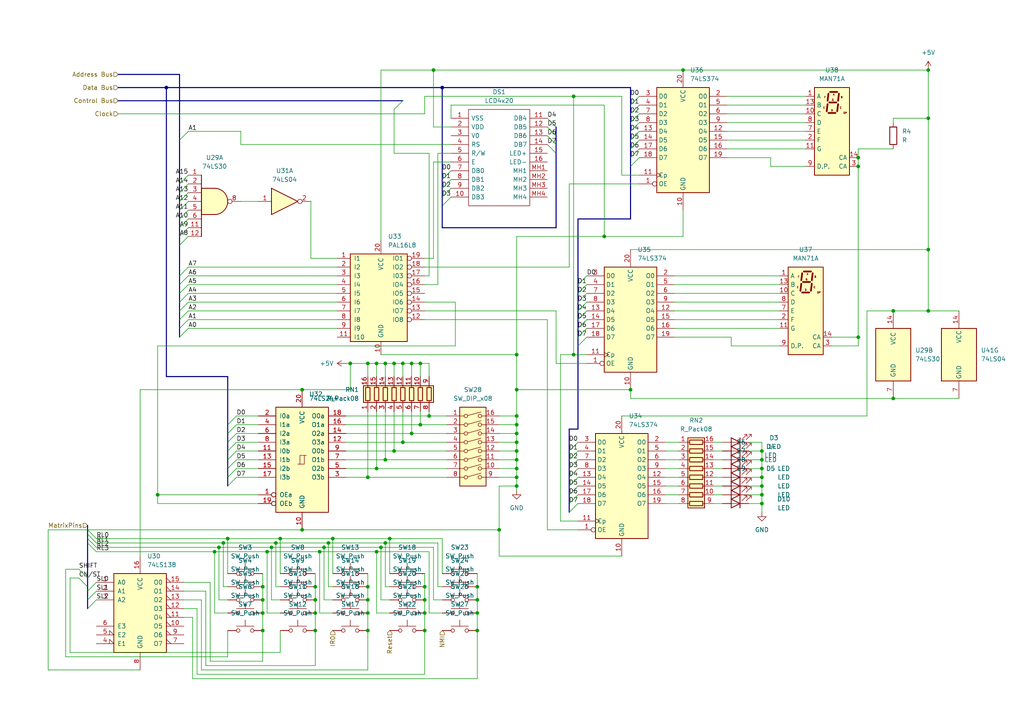
<source format=kicad_sch>
(kicad_sch (version 20211123) (generator eeschema)
  (paper "A4")
  (junction (at 144.78 153.67))
  (junction (at 106.68 105.41))
  (junction (at 92.71 160.02))
  (junction (at 182.88 113.03))
  (junction (at 248.92 45.72))
  (junction (at 198.12 20.32))
  (junction (at 121.92 105.41))
  (junction (at 63.5 158.75))
  (junction (at 91.44 173.99))
  (junction (at 78.74 158.75))
  (junction (at 119.38 125.73))
  (junction (at 138.43 177.8))
  (junction (at 149.86 140.97))
  (junction (at 220.98 130.81))
  (junction (at 248.92 97.79))
  (junction (at 87.63 153.67))
  (junction (at 106.68 177.8))
  (junction (at 149.86 130.81))
  (junction (at 106.68 138.43))
  (junction (at 149.86 120.65))
  (junction (at 116.84 105.41))
  (junction (at 128.27 25.4))
  (junction (at 269.24 34.29))
  (junction (at 77.47 160.02))
  (junction (at 87.63 113.03))
  (junction (at 121.92 123.19))
  (junction (at 111.76 105.41))
  (junction (at 166.37 27.94))
  (junction (at 66.04 156.21))
  (junction (at 220.98 135.89))
  (junction (at 259.08 90.17))
  (junction (at 109.22 105.41))
  (junction (at 109.22 135.89))
  (junction (at 76.2 177.8))
  (junction (at 76.2 173.99))
  (junction (at 138.43 182.88))
  (junction (at 149.86 135.89))
  (junction (at 119.38 105.41))
  (junction (at 62.23 160.02))
  (junction (at 116.84 128.27))
  (junction (at 220.98 140.97))
  (junction (at 96.52 156.21))
  (junction (at 124.46 120.65))
  (junction (at 175.26 68.58))
  (junction (at 81.28 156.21))
  (junction (at 138.43 170.18))
  (junction (at 220.98 146.05))
  (junction (at 259.08 115.57))
  (junction (at 220.98 133.35))
  (junction (at 111.76 157.48))
  (junction (at 64.77 157.48))
  (junction (at 114.3 130.81))
  (junction (at 138.43 173.99))
  (junction (at 149.86 138.43))
  (junction (at 76.2 170.18))
  (junction (at 149.86 128.27))
  (junction (at 91.44 177.8))
  (junction (at 123.19 182.88))
  (junction (at 110.49 158.75))
  (junction (at 248.92 48.26))
  (junction (at 149.86 113.03))
  (junction (at 123.19 173.99))
  (junction (at 149.86 102.87))
  (junction (at 269.24 90.17))
  (junction (at 113.03 156.21))
  (junction (at 123.19 170.18))
  (junction (at 269.24 20.32))
  (junction (at 101.6 105.41))
  (junction (at 93.98 158.75))
  (junction (at 45.72 143.51))
  (junction (at 91.44 182.88))
  (junction (at 269.24 72.39))
  (junction (at 106.68 182.88))
  (junction (at 109.22 160.02))
  (junction (at 95.25 157.48))
  (junction (at 149.86 133.35))
  (junction (at 123.19 177.8))
  (junction (at 125.73 20.32))
  (junction (at 80.01 157.48))
  (junction (at 106.68 170.18))
  (junction (at 91.44 170.18))
  (junction (at 149.86 123.19))
  (junction (at 166.37 102.87))
  (junction (at 149.86 125.73))
  (junction (at 48.26 25.4))
  (junction (at 220.98 138.43))
  (junction (at 220.98 143.51))
  (junction (at 76.2 182.88))
  (junction (at 106.68 173.99))
  (junction (at 111.76 133.35))
  (junction (at 114.3 105.41))
  (bus_entry (at 182.88 30.48) (size 2.54 -2.54))
  (bus_entry (at 182.88 40.64) (size 2.54 -2.54))
  (bus_entry (at 182.88 43.18) (size 2.54 -2.54))
  (bus_entry (at 182.88 38.1) (size 2.54 -2.54))
  (bus_entry (at 182.88 45.72) (size 2.54 -2.54))
  (bus_entry (at 182.88 48.26) (size 2.54 -2.54))
  (bus_entry (at 182.88 35.56) (size 2.54 -2.54))
  (bus_entry (at 182.88 33.02) (size 2.54 -2.54))
  (bus_entry (at 167.64 100.33) (size 2.54 -2.54))
  (bus_entry (at 167.64 85.09) (size 2.54 -2.54))
  (bus_entry (at 167.64 87.63) (size 2.54 -2.54))
  (bus_entry (at 167.64 82.55) (size 2.54 -2.54))
  (bus_entry (at 165.1 140.97) (size 2.54 -2.54))
  (bus_entry (at 165.1 143.51) (size 2.54 -2.54))
  (bus_entry (at 165.1 146.05) (size 2.54 -2.54))
  (bus_entry (at 165.1 148.59) (size 2.54 -2.54))
  (bus_entry (at 167.64 90.17) (size 2.54 -2.54))
  (bus_entry (at 167.64 97.79) (size 2.54 -2.54))
  (bus_entry (at 167.64 92.71) (size 2.54 -2.54))
  (bus_entry (at 167.64 95.25) (size 2.54 -2.54))
  (bus_entry (at 165.1 130.81) (size 2.54 -2.54))
  (bus_entry (at 165.1 133.35) (size 2.54 -2.54))
  (bus_entry (at 165.1 135.89) (size 2.54 -2.54))
  (bus_entry (at 165.1 138.43) (size 2.54 -2.54))
  (bus_entry (at 27.94 171.45) (size -2.54 2.54))
  (bus_entry (at 27.94 168.91) (size -2.54 2.54))
  (bus_entry (at 27.94 173.99) (size -2.54 2.54))
  (bus_entry (at 54.61 58.42) (size -2.54 2.54))
  (bus_entry (at 54.61 60.96) (size -2.54 2.54))
  (bus_entry (at 54.61 63.5) (size -2.54 2.54))
  (bus_entry (at 54.61 66.04) (size -2.54 2.54))
  (bus_entry (at 54.61 55.88) (size -2.54 2.54))
  (bus_entry (at 54.61 53.34) (size -2.54 2.54))
  (bus_entry (at 54.61 50.8) (size -2.54 2.54))
  (bus_entry (at 54.61 68.58) (size -2.54 2.54))
  (bus_entry (at 52.07 40.64) (size 2.54 -2.54))
  (bus_entry (at 52.07 97.79) (size 2.54 -2.54))
  (bus_entry (at 161.29 39.37) (size -2.54 -2.54))
  (bus_entry (at 161.29 36.83) (size -2.54 -2.54))
  (bus_entry (at 128.27 52.07) (size 2.54 -2.54))
  (bus_entry (at 161.29 41.91) (size -2.54 -2.54))
  (bus_entry (at 161.29 44.45) (size -2.54 -2.54))
  (bus_entry (at 128.27 57.15) (size 2.54 -2.54))
  (bus_entry (at 128.27 54.61) (size 2.54 -2.54))
  (bus_entry (at 130.81 57.15) (size -2.54 2.54))
  (bus_entry (at 114.3 31.75) (size 2.54 -2.54))
  (bus_entry (at 52.07 82.55) (size 2.54 -2.54))
  (bus_entry (at 52.07 85.09) (size 2.54 -2.54))
  (bus_entry (at 52.07 87.63) (size 2.54 -2.54))
  (bus_entry (at 52.07 90.17) (size 2.54 -2.54))
  (bus_entry (at 52.07 80.01) (size 2.54 -2.54))
  (bus_entry (at 52.07 92.71) (size 2.54 -2.54))
  (bus_entry (at 52.07 95.25) (size 2.54 -2.54))
  (bus_entry (at 25.4 153.67) (size 2.54 2.54))
  (bus_entry (at 25.4 154.94) (size 2.54 2.54))
  (bus_entry (at 25.4 156.21) (size 2.54 2.54))
  (bus_entry (at 25.4 157.48) (size 2.54 2.54))
  (bus_entry (at 66.04 138.43) (size 2.54 -2.54))
  (bus_entry (at 66.04 140.97) (size 2.54 -2.54))
  (bus_entry (at 66.04 135.89) (size 2.54 -2.54))
  (bus_entry (at 66.04 133.35) (size 2.54 -2.54))
  (bus_entry (at 66.04 130.81) (size 2.54 -2.54))
  (bus_entry (at 66.04 128.27) (size 2.54 -2.54))
  (bus_entry (at 66.04 125.73) (size 2.54 -2.54))
  (bus_entry (at 66.04 123.19) (size 2.54 -2.54))
  (bus_entry (at 22.86 167.64) (size 2.54 2.54))
  (bus_entry (at 22.86 165.1) (size 2.54 2.54))
  (wire (pts (xy 53.34 179.07) (xy 55.88 179.07)))
  (wire (pts (xy 161.29 105.41) (xy 170.18 105.41)))
  (bus (pts (xy 52.07 63.5) (xy 52.07 66.04)))
  (wire (pts (xy 248.92 45.72) (xy 248.92 43.18)))
  (wire (pts (xy 90.17 74.93) (xy 97.79 74.93)))
  (wire (pts (xy 195.58 82.55) (xy 226.06 82.55)))
  (bus (pts (xy 128.27 59.69) (xy 128.27 66.04)))
  (bus (pts (xy 182.88 48.26) (xy 182.88 63.5)))
  (wire (pts (xy 74.93 143.51) (xy 45.72 143.51)))
  (bus (pts (xy 52.07 68.58) (xy 52.07 71.12)))
  (wire (pts (xy 251.46 120.65) (xy 251.46 90.17)))
  (wire (pts (xy 217.17 133.35) (xy 220.98 133.35)))
  (wire (pts (xy 110.49 20.32) (xy 125.73 20.32)))
  (wire (pts (xy 13.97 153.67) (xy 25.4 153.67)))
  (wire (pts (xy 109.22 135.89) (xy 129.54 135.89)))
  (wire (pts (xy 68.58 130.81) (xy 74.93 130.81)))
  (wire (pts (xy 121.92 105.41) (xy 121.92 109.22)))
  (wire (pts (xy 144.78 161.29) (xy 144.78 153.67)))
  (wire (pts (xy 223.52 45.72) (xy 223.52 48.26)))
  (wire (pts (xy 144.78 123.19) (xy 149.86 123.19)))
  (wire (pts (xy 123.19 82.55) (xy 127 82.55)))
  (wire (pts (xy 55.88 196.85) (xy 138.43 196.85)))
  (wire (pts (xy 127 82.55) (xy 127 44.45)))
  (wire (pts (xy 53.34 173.99) (xy 58.42 173.99)))
  (bus (pts (xy 167.64 92.71) (xy 167.64 95.25)))
  (wire (pts (xy 114.3 130.81) (xy 129.54 130.81)))
  (wire (pts (xy 144.78 140.97) (xy 149.86 140.97)))
  (bus (pts (xy 52.07 66.04) (xy 52.07 68.58)))
  (wire (pts (xy 248.92 43.18) (xy 259.08 43.18)))
  (bus (pts (xy 34.29 21.59) (xy 52.07 21.59)))
  (wire (pts (xy 91.44 173.99) (xy 91.44 177.8)))
  (wire (pts (xy 53.34 168.91) (xy 60.96 168.91)))
  (bus (pts (xy 161.29 36.83) (xy 161.29 39.37)))
  (wire (pts (xy 109.22 105.41) (xy 109.22 109.22)))
  (wire (pts (xy 76.2 166.37) (xy 76.2 170.18)))
  (wire (pts (xy 22.86 165.1) (xy 19.05 165.1)))
  (wire (pts (xy 223.52 48.26) (xy 233.68 48.26)))
  (wire (pts (xy 259.08 115.57) (xy 278.13 115.57)))
  (wire (pts (xy 106.68 105.41) (xy 106.68 109.22)))
  (bus (pts (xy 167.64 63.5) (xy 167.64 82.55)))
  (wire (pts (xy 64.77 157.48) (xy 64.77 170.18)))
  (wire (pts (xy 59.69 171.45) (xy 59.69 193.04)))
  (wire (pts (xy 80.01 170.18) (xy 81.28 170.18)))
  (wire (pts (xy 81.28 156.21) (xy 81.28 166.37)))
  (wire (pts (xy 68.58 138.43) (xy 74.93 138.43)))
  (wire (pts (xy 114.3 44.45) (xy 124.46 44.45)))
  (bus (pts (xy 66.04 135.89) (xy 66.04 138.43)))
  (wire (pts (xy 57.15 195.58) (xy 123.19 195.58)))
  (wire (pts (xy 54.61 87.63) (xy 97.79 87.63)))
  (wire (pts (xy 182.88 113.03) (xy 149.86 113.03)))
  (bus (pts (xy 182.88 43.18) (xy 182.88 45.72)))
  (wire (pts (xy 76.2 177.8) (xy 76.2 182.88)))
  (wire (pts (xy 125.73 158.75) (xy 125.73 173.99)))
  (wire (pts (xy 68.58 120.65) (xy 74.93 120.65)))
  (wire (pts (xy 127 157.48) (xy 127 170.18)))
  (bus (pts (xy 25.4 156.21) (xy 25.4 157.48)))
  (wire (pts (xy 63.5 158.75) (xy 78.74 158.75)))
  (wire (pts (xy 116.84 119.38) (xy 116.84 128.27)))
  (wire (pts (xy 68.58 135.89) (xy 74.93 135.89)))
  (wire (pts (xy 193.04 133.35) (xy 196.85 133.35)))
  (wire (pts (xy 180.34 120.65) (xy 251.46 120.65)))
  (wire (pts (xy 121.92 119.38) (xy 121.92 123.19)))
  (wire (pts (xy 138.43 182.88) (xy 138.43 196.85)))
  (wire (pts (xy 127 44.45) (xy 130.81 44.45)))
  (bus (pts (xy 182.88 33.02) (xy 182.88 35.56)))
  (wire (pts (xy 144.78 135.89) (xy 149.86 135.89)))
  (wire (pts (xy 119.38 105.41) (xy 119.38 109.22)))
  (wire (pts (xy 111.76 157.48) (xy 111.76 170.18)))
  (wire (pts (xy 217.17 140.97) (xy 220.98 140.97)))
  (bus (pts (xy 161.29 44.45) (xy 161.29 66.04)))
  (bus (pts (xy 66.04 130.81) (xy 66.04 133.35)))
  (bus (pts (xy 182.88 40.64) (xy 182.88 43.18)))
  (bus (pts (xy 52.07 40.64) (xy 52.07 53.34)))
  (wire (pts (xy 149.86 130.81) (xy 149.86 133.35)))
  (wire (pts (xy 175.26 30.48) (xy 175.26 68.58)))
  (wire (pts (xy 100.33 105.41) (xy 101.6 105.41)))
  (bus (pts (xy 52.07 71.12) (xy 52.07 80.01)))
  (wire (pts (xy 149.86 128.27) (xy 149.86 130.81)))
  (bus (pts (xy 128.27 57.15) (xy 128.27 59.69)))
  (wire (pts (xy 130.81 36.83) (xy 125.73 36.83)))
  (bus (pts (xy 167.64 82.55) (xy 167.64 85.09)))
  (wire (pts (xy 95.25 157.48) (xy 111.76 157.48)))
  (wire (pts (xy 121.92 105.41) (xy 124.46 105.41)))
  (wire (pts (xy 54.61 90.17) (xy 97.79 90.17)))
  (wire (pts (xy 207.01 138.43) (xy 209.55 138.43)))
  (bus (pts (xy 128.27 25.4) (xy 128.27 52.07)))
  (wire (pts (xy 106.68 166.37) (xy 106.68 170.18)))
  (wire (pts (xy 125.73 74.93) (xy 123.19 74.93)))
  (wire (pts (xy 149.86 140.97) (xy 149.86 142.24)))
  (wire (pts (xy 27.94 156.21) (xy 66.04 156.21)))
  (bus (pts (xy 52.07 87.63) (xy 52.07 90.17)))
  (wire (pts (xy 53.34 171.45) (xy 59.69 171.45)))
  (wire (pts (xy 45.72 146.05) (xy 45.72 143.51)))
  (wire (pts (xy 100.33 123.19) (xy 121.92 123.19)))
  (wire (pts (xy 76.2 182.88) (xy 76.2 191.77)))
  (wire (pts (xy 78.74 173.99) (xy 81.28 173.99)))
  (wire (pts (xy 217.17 143.51) (xy 220.98 143.51)))
  (wire (pts (xy 210.82 33.02) (xy 233.68 33.02)))
  (wire (pts (xy 149.86 123.19) (xy 149.86 125.73)))
  (wire (pts (xy 19.05 165.1) (xy 19.05 190.5)))
  (wire (pts (xy 119.38 125.73) (xy 129.54 125.73)))
  (bus (pts (xy 52.07 85.09) (xy 52.07 87.63)))
  (wire (pts (xy 269.24 34.29) (xy 269.24 20.32)))
  (wire (pts (xy 144.78 128.27) (xy 149.86 128.27)))
  (wire (pts (xy 144.78 125.73) (xy 149.86 125.73)))
  (wire (pts (xy 77.47 160.02) (xy 92.71 160.02)))
  (wire (pts (xy 207.01 143.51) (xy 209.55 143.51)))
  (bus (pts (xy 25.4 157.48) (xy 25.4 167.64)))
  (wire (pts (xy 106.68 173.99) (xy 106.68 177.8)))
  (wire (pts (xy 175.26 68.58) (xy 149.86 68.58)))
  (bus (pts (xy 182.88 30.48) (xy 182.88 33.02)))
  (wire (pts (xy 144.78 153.67) (xy 144.78 140.97)))
  (bus (pts (xy 25.4 171.45) (xy 25.4 173.99)))
  (wire (pts (xy 20.32 189.23) (xy 81.28 189.23)))
  (wire (pts (xy 123.19 166.37) (xy 123.19 170.18)))
  (wire (pts (xy 81.28 156.21) (xy 96.52 156.21)))
  (wire (pts (xy 109.22 105.41) (xy 111.76 105.41)))
  (wire (pts (xy 116.84 105.41) (xy 119.38 105.41)))
  (bus (pts (xy 165.1 130.81) (xy 165.1 133.35)))
  (bus (pts (xy 165.1 140.97) (xy 165.1 143.51)))
  (wire (pts (xy 62.23 160.02) (xy 62.23 177.8)))
  (wire (pts (xy 40.64 113.03) (xy 87.63 113.03)))
  (wire (pts (xy 64.77 170.18) (xy 66.04 170.18)))
  (bus (pts (xy 52.07 92.71) (xy 52.07 95.25)))
  (wire (pts (xy 144.78 130.81) (xy 149.86 130.81)))
  (wire (pts (xy 220.98 128.27) (xy 220.98 130.81)))
  (wire (pts (xy 62.23 160.02) (xy 77.47 160.02)))
  (wire (pts (xy 57.15 176.53) (xy 57.15 195.58)))
  (bus (pts (xy 52.07 58.42) (xy 52.07 60.96)))
  (bus (pts (xy 25.4 152.4) (xy 25.4 153.67)))
  (wire (pts (xy 220.98 130.81) (xy 220.98 133.35)))
  (wire (pts (xy 259.08 34.29) (xy 259.08 35.56)))
  (wire (pts (xy 87.63 113.03) (xy 101.6 113.03)))
  (wire (pts (xy 130.81 30.48) (xy 175.26 30.48)))
  (wire (pts (xy 207.01 133.35) (xy 209.55 133.35)))
  (wire (pts (xy 162.56 102.87) (xy 166.37 102.87)))
  (wire (pts (xy 193.04 146.05) (xy 196.85 146.05)))
  (bus (pts (xy 34.29 25.4) (xy 48.26 25.4)))
  (wire (pts (xy 149.86 68.58) (xy 149.86 102.87)))
  (wire (pts (xy 217.17 130.81) (xy 220.98 130.81)))
  (wire (pts (xy 69.85 41.91) (xy 69.85 38.1)))
  (wire (pts (xy 62.23 177.8) (xy 66.04 177.8)))
  (wire (pts (xy 125.73 173.99) (xy 128.27 173.99)))
  (wire (pts (xy 45.72 100.33) (xy 132.08 100.33)))
  (wire (pts (xy 241.3 100.33) (xy 248.92 100.33)))
  (wire (pts (xy 182.88 115.57) (xy 182.88 113.03)))
  (wire (pts (xy 110.49 158.75) (xy 125.73 158.75)))
  (bus (pts (xy 128.27 52.07) (xy 128.27 54.61)))
  (wire (pts (xy 123.19 170.18) (xy 123.19 173.99)))
  (wire (pts (xy 193.04 128.27) (xy 196.85 128.27)))
  (wire (pts (xy 123.19 173.99) (xy 123.19 177.8)))
  (wire (pts (xy 110.49 173.99) (xy 113.03 173.99)))
  (wire (pts (xy 113.03 156.21) (xy 113.03 166.37)))
  (wire (pts (xy 93.98 158.75) (xy 110.49 158.75)))
  (wire (pts (xy 212.09 100.33) (xy 226.06 100.33)))
  (wire (pts (xy 19.05 190.5) (xy 66.04 190.5)))
  (wire (pts (xy 111.76 170.18) (xy 113.03 170.18)))
  (wire (pts (xy 91.44 182.88) (xy 91.44 193.04)))
  (wire (pts (xy 74.93 146.05) (xy 45.72 146.05)))
  (wire (pts (xy 40.64 194.31) (xy 13.97 194.31)))
  (wire (pts (xy 149.86 133.35) (xy 149.86 135.89)))
  (wire (pts (xy 161.29 90.17) (xy 161.29 105.41)))
  (wire (pts (xy 212.09 97.79) (xy 212.09 100.33)))
  (bus (pts (xy 167.64 87.63) (xy 167.64 90.17)))
  (wire (pts (xy 210.82 43.18) (xy 233.68 43.18)))
  (wire (pts (xy 109.22 160.02) (xy 124.46 160.02)))
  (wire (pts (xy 210.82 38.1) (xy 233.68 38.1)))
  (wire (pts (xy 210.82 40.64) (xy 233.68 40.64)))
  (bus (pts (xy 161.29 39.37) (xy 161.29 41.91)))
  (wire (pts (xy 116.84 128.27) (xy 129.54 128.27)))
  (bus (pts (xy 128.27 54.61) (xy 128.27 57.15)))
  (wire (pts (xy 40.64 161.29) (xy 40.64 113.03)))
  (wire (pts (xy 100.33 133.35) (xy 111.76 133.35)))
  (wire (pts (xy 68.58 128.27) (xy 74.93 128.27)))
  (wire (pts (xy 195.58 85.09) (xy 226.06 85.09)))
  (wire (pts (xy 207.01 140.97) (xy 209.55 140.97)))
  (wire (pts (xy 198.12 68.58) (xy 175.26 68.58)))
  (wire (pts (xy 198.12 60.96) (xy 198.12 68.58)))
  (wire (pts (xy 54.61 77.47) (xy 97.79 77.47)))
  (wire (pts (xy 149.86 125.73) (xy 149.86 128.27)))
  (wire (pts (xy 125.73 36.83) (xy 125.73 20.32)))
  (bus (pts (xy 25.4 153.67) (xy 25.4 154.94)))
  (wire (pts (xy 111.76 105.41) (xy 114.3 105.41)))
  (wire (pts (xy 220.98 143.51) (xy 220.98 146.05)))
  (bus (pts (xy 182.88 38.1) (xy 182.88 40.64)))
  (wire (pts (xy 241.3 97.79) (xy 248.92 97.79)))
  (wire (pts (xy 207.01 128.27) (xy 209.55 128.27)))
  (wire (pts (xy 248.92 48.26) (xy 248.92 97.79)))
  (wire (pts (xy 111.76 133.35) (xy 129.54 133.35)))
  (wire (pts (xy 124.46 80.01) (xy 123.19 80.01)))
  (wire (pts (xy 87.63 153.67) (xy 144.78 153.67)))
  (bus (pts (xy 161.29 41.91) (xy 161.29 44.45)))
  (wire (pts (xy 165.1 53.34) (xy 185.42 53.34)))
  (wire (pts (xy 248.92 45.72) (xy 248.92 48.26)))
  (wire (pts (xy 109.22 119.38) (xy 109.22 135.89)))
  (wire (pts (xy 138.43 173.99) (xy 138.43 177.8)))
  (wire (pts (xy 92.71 177.8) (xy 96.52 177.8)))
  (wire (pts (xy 166.37 102.87) (xy 166.37 27.94)))
  (wire (pts (xy 91.44 177.8) (xy 91.44 182.88)))
  (wire (pts (xy 58.42 194.31) (xy 106.68 194.31)))
  (wire (pts (xy 78.74 158.75) (xy 78.74 173.99)))
  (wire (pts (xy 78.74 158.75) (xy 93.98 158.75)))
  (wire (pts (xy 123.19 182.88) (xy 123.19 195.58)))
  (wire (pts (xy 25.4 153.67) (xy 87.63 153.67)))
  (wire (pts (xy 193.04 138.43) (xy 196.85 138.43)))
  (bus (pts (xy 25.4 170.18) (xy 25.4 171.45)))
  (wire (pts (xy 207.01 130.81) (xy 209.55 130.81)))
  (wire (pts (xy 130.81 41.91) (xy 69.85 41.91)))
  (wire (pts (xy 116.84 105.41) (xy 116.84 109.22)))
  (wire (pts (xy 210.82 35.56) (xy 233.68 35.56)))
  (wire (pts (xy 198.12 20.32) (xy 269.24 20.32)))
  (wire (pts (xy 193.04 135.89) (xy 196.85 135.89)))
  (wire (pts (xy 207.01 135.89) (xy 209.55 135.89)))
  (wire (pts (xy 93.98 158.75) (xy 93.98 173.99)))
  (wire (pts (xy 109.22 160.02) (xy 109.22 177.8)))
  (wire (pts (xy 64.77 157.48) (xy 80.01 157.48)))
  (bus (pts (xy 52.07 80.01) (xy 52.07 82.55)))
  (wire (pts (xy 269.24 90.17) (xy 278.13 90.17)))
  (bus (pts (xy 165.1 124.46) (xy 165.1 130.81)))
  (wire (pts (xy 217.17 138.43) (xy 220.98 138.43)))
  (wire (pts (xy 167.64 151.13) (xy 162.56 151.13)))
  (wire (pts (xy 132.08 100.33) (xy 132.08 87.63)))
  (bus (pts (xy 52.07 53.34) (xy 52.07 55.88)))
  (bus (pts (xy 167.64 97.79) (xy 167.64 100.33)))
  (wire (pts (xy 92.71 160.02) (xy 109.22 160.02)))
  (bus (pts (xy 128.27 66.04) (xy 161.29 66.04)))
  (bus (pts (xy 167.64 95.25) (xy 167.64 97.79)))
  (wire (pts (xy 195.58 90.17) (xy 226.06 90.17)))
  (bus (pts (xy 167.64 124.46) (xy 165.1 124.46)))
  (wire (pts (xy 180.34 161.29) (xy 144.78 161.29)))
  (wire (pts (xy 95.25 157.48) (xy 95.25 170.18)))
  (bus (pts (xy 165.1 133.35) (xy 165.1 135.89)))
  (wire (pts (xy 217.17 146.05) (xy 220.98 146.05)))
  (wire (pts (xy 80.01 157.48) (xy 80.01 170.18)))
  (wire (pts (xy 95.25 170.18) (xy 96.52 170.18)))
  (wire (pts (xy 195.58 87.63) (xy 226.06 87.63)))
  (wire (pts (xy 220.98 146.05) (xy 220.98 148.59)))
  (wire (pts (xy 106.68 138.43) (xy 129.54 138.43)))
  (bus (pts (xy 52.07 90.17) (xy 52.07 92.71)))
  (wire (pts (xy 106.68 182.88) (xy 106.68 194.31)))
  (bus (pts (xy 25.4 154.94) (xy 25.4 156.21)))
  (wire (pts (xy 66.04 156.21) (xy 81.28 156.21)))
  (wire (pts (xy 124.46 160.02) (xy 124.46 177.8)))
  (wire (pts (xy 124.46 105.41) (xy 124.46 109.22)))
  (wire (pts (xy 90.17 58.42) (xy 90.17 74.93)))
  (wire (pts (xy 54.61 95.25) (xy 97.79 95.25)))
  (wire (pts (xy 96.52 156.21) (xy 113.03 156.21)))
  (bus (pts (xy 66.04 109.22) (xy 66.04 123.19)))
  (bus (pts (xy 48.26 25.4) (xy 48.26 109.22)))
  (wire (pts (xy 125.73 20.32) (xy 198.12 20.32)))
  (bus (pts (xy 66.04 133.35) (xy 66.04 135.89)))
  (bus (pts (xy 182.88 63.5) (xy 167.64 63.5)))
  (wire (pts (xy 110.49 158.75) (xy 110.49 173.99)))
  (bus (pts (xy 66.04 138.43) (xy 66.04 140.97)))
  (wire (pts (xy 123.19 90.17) (xy 161.29 90.17)))
  (wire (pts (xy 66.04 156.21) (xy 66.04 166.37)))
  (wire (pts (xy 149.86 120.65) (xy 149.86 123.19)))
  (wire (pts (xy 76.2 170.18) (xy 76.2 173.99)))
  (wire (pts (xy 101.6 113.03) (xy 101.6 105.41)))
  (wire (pts (xy 123.19 33.02) (xy 123.19 27.94)))
  (wire (pts (xy 55.88 179.07) (xy 55.88 196.85)))
  (bus (pts (xy 165.1 146.05) (xy 165.1 148.59)))
  (wire (pts (xy 58.42 173.99) (xy 58.42 194.31)))
  (wire (pts (xy 111.76 119.38) (xy 111.76 133.35)))
  (bus (pts (xy 182.88 45.72) (xy 182.88 48.26)))
  (wire (pts (xy 158.75 92.71) (xy 158.75 153.67)))
  (wire (pts (xy 27.94 158.75) (xy 63.5 158.75)))
  (bus (pts (xy 52.07 21.59) (xy 52.07 40.64)))
  (bus (pts (xy 66.04 123.19) (xy 66.04 125.73)))
  (bus (pts (xy 182.88 35.56) (xy 182.88 38.1)))
  (wire (pts (xy 217.17 128.27) (xy 220.98 128.27)))
  (wire (pts (xy 76.2 173.99) (xy 76.2 177.8)))
  (wire (pts (xy 144.78 120.65) (xy 149.86 120.65)))
  (wire (pts (xy 100.33 138.43) (xy 106.68 138.43)))
  (wire (pts (xy 91.44 166.37) (xy 91.44 170.18)))
  (wire (pts (xy 66.04 190.5) (xy 66.04 182.88)))
  (wire (pts (xy 81.28 189.23) (xy 81.28 182.88)))
  (wire (pts (xy 124.46 177.8) (xy 128.27 177.8)))
  (wire (pts (xy 195.58 95.25) (xy 226.06 95.25)))
  (wire (pts (xy 165.1 77.47) (xy 123.19 77.47)))
  (wire (pts (xy 27.94 157.48) (xy 64.77 157.48)))
  (wire (pts (xy 195.58 97.79) (xy 212.09 97.79)))
  (wire (pts (xy 162.56 151.13) (xy 162.56 102.87)))
  (wire (pts (xy 54.61 82.55) (xy 97.79 82.55)))
  (wire (pts (xy 149.86 135.89) (xy 149.86 138.43)))
  (bus (pts (xy 182.88 25.4) (xy 182.88 30.48)))
  (wire (pts (xy 210.82 30.48) (xy 233.68 30.48)))
  (wire (pts (xy 54.61 92.71) (xy 97.79 92.71)))
  (wire (pts (xy 114.3 44.45) (xy 114.3 31.75)))
  (bus (pts (xy 165.1 135.89) (xy 165.1 138.43)))
  (wire (pts (xy 195.58 92.71) (xy 226.06 92.71)))
  (wire (pts (xy 59.69 193.04) (xy 91.44 193.04)))
  (wire (pts (xy 220.98 135.89) (xy 220.98 138.43)))
  (wire (pts (xy 269.24 72.39) (xy 269.24 90.17)))
  (wire (pts (xy 68.58 133.35) (xy 74.93 133.35)))
  (wire (pts (xy 45.72 143.51) (xy 45.72 100.33)))
  (wire (pts (xy 80.01 157.48) (xy 95.25 157.48)))
  (wire (pts (xy 210.82 27.94) (xy 233.68 27.94)))
  (wire (pts (xy 13.97 194.31) (xy 13.97 153.67)))
  (wire (pts (xy 106.68 105.41) (xy 109.22 105.41)))
  (wire (pts (xy 251.46 90.17) (xy 259.08 90.17)))
  (wire (pts (xy 20.32 167.64) (xy 20.32 189.23)))
  (wire (pts (xy 100.33 130.81) (xy 114.3 130.81)))
  (wire (pts (xy 54.61 80.01) (xy 97.79 80.01)))
  (wire (pts (xy 92.71 160.02) (xy 92.71 177.8)))
  (wire (pts (xy 165.1 53.34) (xy 165.1 77.47)))
  (wire (pts (xy 100.33 128.27) (xy 116.84 128.27)))
  (wire (pts (xy 130.81 34.29) (xy 130.81 30.48)))
  (wire (pts (xy 124.46 119.38) (xy 124.46 120.65)))
  (wire (pts (xy 149.86 102.87) (xy 149.86 113.03)))
  (wire (pts (xy 106.68 170.18) (xy 106.68 173.99)))
  (wire (pts (xy 128.27 156.21) (xy 128.27 166.37)))
  (bus (pts (xy 167.64 90.17) (xy 167.64 92.71)))
  (bus (pts (xy 25.4 173.99) (xy 25.4 176.53)))
  (wire (pts (xy 166.37 27.94) (xy 180.34 27.94)))
  (wire (pts (xy 101.6 105.41) (xy 106.68 105.41)))
  (wire (pts (xy 119.38 105.41) (xy 121.92 105.41)))
  (wire (pts (xy 69.85 38.1) (xy 54.61 38.1)))
  (wire (pts (xy 149.86 113.03) (xy 149.86 120.65)))
  (wire (pts (xy 124.46 120.65) (xy 129.54 120.65)))
  (bus (pts (xy 25.4 167.64) (xy 25.4 170.18)))
  (wire (pts (xy 77.47 160.02) (xy 77.47 177.8)))
  (wire (pts (xy 207.01 146.05) (xy 209.55 146.05)))
  (wire (pts (xy 193.04 143.51) (xy 196.85 143.51)))
  (wire (pts (xy 109.22 177.8) (xy 113.03 177.8)))
  (bus (pts (xy 52.07 55.88) (xy 52.07 58.42)))
  (bus (pts (xy 167.64 100.33) (xy 167.64 124.46)))
  (bus (pts (xy 128.27 25.4) (xy 182.88 25.4)))
  (wire (pts (xy 138.43 170.18) (xy 138.43 173.99)))
  (wire (pts (xy 111.76 157.48) (xy 127 157.48)))
  (wire (pts (xy 34.29 33.02) (xy 123.19 33.02)))
  (wire (pts (xy 93.98 173.99) (xy 96.52 173.99)))
  (wire (pts (xy 149.86 138.43) (xy 149.86 140.97)))
  (wire (pts (xy 114.3 105.41) (xy 114.3 109.22)))
  (wire (pts (xy 114.3 119.38) (xy 114.3 130.81)))
  (wire (pts (xy 193.04 140.97) (xy 196.85 140.97)))
  (wire (pts (xy 217.17 135.89) (xy 220.98 135.89)))
  (wire (pts (xy 113.03 156.21) (xy 128.27 156.21)))
  (wire (pts (xy 100.33 125.73) (xy 119.38 125.73)))
  (wire (pts (xy 210.82 45.72) (xy 223.52 45.72)))
  (wire (pts (xy 125.73 46.99) (xy 125.73 74.93)))
  (wire (pts (xy 63.5 158.75) (xy 63.5 173.99)))
  (bus (pts (xy 48.26 25.4) (xy 128.27 25.4)))
  (bus (pts (xy 167.64 85.09) (xy 167.64 87.63)))
  (wire (pts (xy 60.96 191.77) (xy 76.2 191.77)))
  (wire (pts (xy 220.98 138.43) (xy 220.98 140.97)))
  (bus (pts (xy 66.04 128.27) (xy 66.04 130.81)))
  (bus (pts (xy 52.07 60.96) (xy 52.07 63.5)))
  (wire (pts (xy 54.61 85.09) (xy 97.79 85.09)))
  (wire (pts (xy 119.38 119.38) (xy 119.38 125.73)))
  (wire (pts (xy 248.92 97.79) (xy 248.92 100.33)))
  (wire (pts (xy 63.5 173.99) (xy 66.04 173.99)))
  (wire (pts (xy 132.08 87.63) (xy 123.19 87.63)))
  (wire (pts (xy 180.34 27.94) (xy 180.34 50.8)))
  (wire (pts (xy 144.78 138.43) (xy 149.86 138.43)))
  (wire (pts (xy 91.44 170.18) (xy 91.44 173.99)))
  (wire (pts (xy 127 170.18) (xy 128.27 170.18)))
  (wire (pts (xy 53.34 176.53) (xy 57.15 176.53)))
  (wire (pts (xy 69.85 58.42) (xy 74.93 58.42)))
  (wire (pts (xy 170.18 102.87) (xy 166.37 102.87)))
  (wire (pts (xy 269.24 34.29) (xy 269.24 72.39)))
  (wire (pts (xy 68.58 125.73) (xy 74.93 125.73)))
  (wire (pts (xy 77.47 177.8) (xy 81.28 177.8)))
  (wire (pts (xy 114.3 105.41) (xy 116.84 105.41)))
  (bus (pts (xy 48.26 109.22) (xy 66.04 109.22)))
  (wire (pts (xy 124.46 44.45) (xy 124.46 80.01)))
  (bus (pts (xy 52.07 82.55) (xy 52.07 85.09)))
  (wire (pts (xy 180.34 50.8) (xy 185.42 50.8)))
  (wire (pts (xy 220.98 133.35) (xy 220.98 135.89)))
  (wire (pts (xy 259.08 90.17) (xy 269.24 90.17)))
  (wire (pts (xy 111.76 105.41) (xy 111.76 109.22)))
  (wire (pts (xy 121.92 123.19) (xy 129.54 123.19)))
  (wire (pts (xy 123.19 92.71) (xy 158.75 92.71)))
  (bus (pts (xy 34.29 29.21) (xy 116.84 29.21)))
  (bus (pts (xy 66.04 125.73) (xy 66.04 128.27)))
  (wire (pts (xy 106.68 177.8) (xy 106.68 182.88)))
  (wire (pts (xy 110.49 102.87) (xy 149.86 102.87)))
  (wire (pts (xy 138.43 166.37) (xy 138.43 170.18)))
  (bus (pts (xy 52.07 95.25) (xy 52.07 97.79)))
  (wire (pts (xy 158.75 153.67) (xy 167.64 153.67)))
  (wire (pts (xy 100.33 120.65) (xy 124.46 120.65)))
  (wire (pts (xy 182.88 72.39) (xy 269.24 72.39)))
  (bus (pts (xy 165.1 138.43) (xy 165.1 140.97)))
  (wire (pts (xy 193.04 130.81) (xy 196.85 130.81)))
  (wire (pts (xy 125.73 46.99) (xy 130.81 46.99)))
  (wire (pts (xy 96.52 156.21) (xy 96.52 166.37)))
  (wire (pts (xy 68.58 123.19) (xy 74.93 123.19)))
  (wire (pts (xy 195.58 80.01) (xy 226.06 80.01)))
  (wire (pts (xy 144.78 133.35) (xy 149.86 133.35)))
  (wire (pts (xy 259.08 115.57) (xy 182.88 115.57)))
  (wire (pts (xy 110.49 69.85) (xy 110.49 20.32)))
  (wire (pts (xy 123.19 27.94) (xy 166.37 27.94)))
  (wire (pts (xy 106.68 119.38) (xy 106.68 138.43)))
  (wire (pts (xy 259.08 34.29) (xy 269.24 34.29)))
  (wire (pts (xy 60.96 168.91) (xy 60.96 191.77)))
  (wire (pts (xy 22.86 167.64) (xy 20.32 167.64)))
  (wire (pts (xy 27.94 160.02) (xy 62.23 160.02)))
  (wire (pts (xy 100.33 135.89) (xy 109.22 135.89)))
  (wire (pts (xy 138.43 177.8) (xy 138.43 182.88)))
  (wire (pts (xy 220.98 140.97) (xy 220.98 143.51)))
  (wire (pts (xy 123.19 177.8) (xy 123.19 182.88)))
  (bus (pts (xy 165.1 143.51) (xy 165.1 146.05)))
  (label "A1" (at 54.61 38.1 0))
  (label "A13" (at 54.61 55.88 180))
  (label "D2" (at 170.18 85.09 180))
  (label "D6" (at 170.18 95.25 180))
  (label "A6" (at 54.61 80.01 0))
  (label "D0" (at 185.42 27.94 180))
  (label "D4" (at 185.42 38.1 180))
  (label "D4" (at 158.75 34.29 0))
  (label "RL2" (at 27.94 158.75 0))
  (label "A11" (at 54.61 60.96 180))
  (label "D0" (at 170.18 80.01 0))
  (label "A5" (at 54.61 82.55 0))
  (label "SL0" (at 27.94 168.91 0))
  (label "SHIFT" (at 22.86 165.1 0))
  (label "D7" (at 158.75 41.91 0))
  (label "D5" (at 185.42 40.64 180))
  (label "CN{slash}ST" (at 22.86 167.64 0))
  (label "D2" (at 167.64 133.35 180))
  (label "D1" (at 185.42 30.48 180))
  (label "D4" (at 68.58 130.81 0))
  (label "D1" (at 68.58 123.19 0))
  (label "D3" (at 68.58 128.27 0))
  (label "A3" (at 54.61 87.63 0))
  (label "D7" (at 167.64 146.05 180))
  (label "D1" (at 167.64 130.81 180))
  (label "A10" (at 54.61 63.5 180))
  (label "A15" (at 54.61 50.8 180))
  (label "A14" (at 54.61 53.34 180))
  (label "D5" (at 170.18 92.71 180))
  (label "D2" (at 68.58 125.73 0))
  (label "RL3" (at 27.94 160.02 0))
  (label "A0" (at 54.61 95.25 0))
  (label "D3" (at 130.81 57.15 180))
  (label "A4" (at 54.61 85.09 0))
  (label "A2" (at 54.61 90.17 0))
  (label "SL1" (at 27.94 171.45 0))
  (label "D6" (at 185.42 43.18 180))
  (label "D0" (at 167.64 128.27 180))
  (label "D6" (at 167.64 143.51 180))
  (label "D3" (at 167.64 135.89 180))
  (label "D7" (at 68.58 138.43 0))
  (label "RL0" (at 27.94 156.21 0))
  (label "D2" (at 130.81 54.61 180))
  (label "D5" (at 158.75 36.83 0))
  (label "D7" (at 185.42 45.72 180))
  (label "D4" (at 167.64 138.43 180))
  (label "A8" (at 54.61 68.58 180))
  (label "D2" (at 185.42 33.02 180))
  (label "D6" (at 158.75 39.37 0))
  (label "D1" (at 130.81 52.07 180))
  (label "D0" (at 130.81 49.53 180))
  (label "D6" (at 68.58 135.89 0))
  (label "RL1" (at 27.94 157.48 0))
  (label "SL2" (at 27.94 173.99 0))
  (label "A7" (at 54.61 77.47 0))
  (label "A9" (at 54.61 66.04 180))
  (label "D1" (at 170.18 82.55 180))
  (label "A1" (at 54.61 92.71 0))
  (label "D4" (at 170.18 90.17 180))
  (label "A12" (at 54.61 58.42 180))
  (label "D7" (at 170.18 97.79 180))
  (label "D5" (at 68.58 133.35 0))
  (label "D0" (at 68.58 120.65 0))
  (label "D3" (at 170.18 87.63 180))
  (label "D5" (at 167.64 140.97 180))
  (label "D3" (at 185.42 35.56 180))
  (hierarchical_label "NMI" (shape input) (at 128.27 182.88 270))
  (hierarchical_label "Clock" (shape input) (at 34.29 33.02 180))
  (hierarchical_label "Reset" (shape input) (at 113.03 182.88 270))
  (hierarchical_label "Address Bus" (shape input) (at 34.29 21.59 180))
  (hierarchical_label "IR0" (shape input) (at 96.52 182.88 270))
  (hierarchical_label "Control Bus" (shape input) (at 34.29 29.21 180))
  (hierarchical_label "MatrixPins" (shape input) (at 25.4 152.4 180))
  (hierarchical_label "Data Bus" (shape input) (at 34.29 25.4 180))
  (symbol (lib_id "74xx:74LS374") (at 198.12 40.64 0) (unit 1)
    (property "Reference" "U36" (at 200.1394 20.32 0) (effects (justify left)))
    (property "Value" "74LS374" (at 200.1394 22.86 0) (effects (justify left)))
    (property "Footprint" "Package_DIP:DIP-20_W7.62mm" (effects hide))
    (property "Datasheet" "http://www.ti.com/lit/gpn/sn74LS374" (effects hide))
  )
  (symbol (lib_id "Switch:SW_Push") (at 86.36 182.88 0) (unit 1)
    (property "Reference" "SW12" (at 86.36 175.26 0))
    (property "Value" "SW_Push" (at 86.36 177.8 0))
    (property "Footprint" "Button_Switch_Keyboard:SW_Cherry_MX_1.00u_PCB" (effects hide))
  )
  (symbol (lib_id "power:+5V") (at 100.33 105.41 90) (unit 1)
    (property "Reference" "#PWR0120" (effects hide))
    (property "Value" "+5V" (at 92.71 105.41 90) (effects (justify right)))
  )
  (symbol (lib_id "Device:LED") (at 213.36 146.05 180) (unit 1)
    (property "Reference" "D10" (at 227.33 144.78 0))
    (property "Value" "LED" (at 227.33 147.32 0))
    (property "Footprint" "LED_SMD:LED_0201_0603Metric" (effects hide))
  )
  (symbol (lib_id "Switch:SW_Push") (at 118.11 173.99 0) (unit 1)
    (property "Reference" "SW20" (at 118.11 166.37 0))
    (property "Value" "SW_Push" (at 118.11 168.91 0))
    (property "Footprint" "Button_Switch_Keyboard:SW_Cherry_MX_1.00u_PCB" (effects hide))
  )
  (symbol (lib_id "Switch:SW_Push") (at 118.11 182.88 0) (unit 1)
    (property "Reference" "SW22" (at 118.11 175.26 0))
    (property "Value" "SW_Push" (at 118.11 177.8 0))
    (property "Footprint" "Button_Switch_Keyboard:SW_Cherry_MX_1.00u_PCB" (effects hide))
  )
  (symbol (lib_id "Switch:SW_Push") (at 133.35 173.99 0) (unit 1)
    (property "Reference" "SW25" (at 133.35 166.37 0))
    (property "Value" "SW_Push" (at 133.35 168.91 0))
    (property "Footprint" "Button_Switch_Keyboard:SW_Cherry_MX_1.00u_PCB" (effects hide))
  )
  (symbol (lib_id "Switch:SW_Push") (at 86.36 170.18 0) (unit 1)
    (property "Reference" "SW9" (at 86.36 162.56 0))
    (property "Value" "SW_Push" (at 86.36 165.1 0))
    (property "Footprint" "Button_Switch_Keyboard:SW_Cherry_MX_1.00u_PCB" (effects hide))
  )
  (symbol (lib_id "Switch:SW_Push") (at 133.35 177.8 0) (unit 1)
    (property "Reference" "SW26" (at 133.35 170.18 0))
    (property "Value" "SW_Push" (at 133.35 172.72 0))
    (property "Footprint" "Button_Switch_Keyboard:SW_Cherry_MX_1.00u_PCB" (effects hide))
  )
  (symbol (lib_id "74xx:74LS374") (at 182.88 92.71 0) (unit 1)
    (property "Reference" "U35" (at 184.8994 72.39 0) (effects (justify left)))
    (property "Value" "74LS374" (at 184.8994 74.93 0) (effects (justify left)))
    (property "Footprint" "Package_DIP:DIP-20_W7.62mm" (effects hide))
    (property "Datasheet" "http://www.ti.com/lit/gpn/sn74LS374" (effects hide))
  )
  (symbol (lib_id "Device:R_Pack08") (at 201.93 138.43 270) (unit 1)
    (property "Reference" "RN2" (at 201.93 121.92 90))
    (property "Value" "R_Pack08" (at 201.93 124.46 90))
  )
  (symbol (lib_id "74xx:74LS138") (at 40.64 176.53 0) (unit 1)
    (property "Reference" "U30" (at 42.6594 161.29 0) (effects (justify left)))
    (property "Value" "74LS138" (at 42.6594 163.83 0) (effects (justify left)))
    (property "Footprint" "Package_DIP:DIP-16_W7.62mm" (effects hide))
    (property "Datasheet" "http://www.ti.com/lit/gpn/sn74LS138" (effects hide))
  )
  (symbol (lib_id "Switch:SW_Push") (at 71.12 177.8 0) (unit 1)
    (property "Reference" "SW6" (at 71.12 170.18 0))
    (property "Value" "SW_Push" (at 71.12 172.72 0))
    (property "Footprint" "Button_Switch_Keyboard:SW_Cherry_MX_1.00u_PCB" (effects hide))
  )
  (symbol (lib_id "Display_Character:MAN71A") (at 241.3 38.1 0) (unit 1)
    (property "Reference" "U38" (at 241.3 20.32 0))
    (property "Value" "MAN71A" (at 241.3 22.86 0))
    (property "Footprint" "Display_7Segment:MAN71A" (effects hide))
    (property "Datasheet" "https://www.digchip.com/datasheets/parts/datasheet/161/MAN3640A-pdf.php" (effects hide))
  )
  (symbol (lib_id "Switch:SW_Push") (at 71.12 173.99 0) (unit 1)
    (property "Reference" "SW5" (at 71.12 166.37 0))
    (property "Value" "SW_Push" (at 71.12 168.91 0))
    (property "Footprint" "Button_Switch_Keyboard:SW_Cherry_MX_1.00u_PCB" (effects hide))
  )
  (symbol (lib_id "Switch:SW_Push") (at 101.6 170.18 0) (unit 1)
    (property "Reference" "SW14" (at 101.6 162.56 0))
    (property "Value" "SW_Push" (at 101.6 165.1 0))
    (property "Footprint" "Button_Switch_Keyboard:SW_Cherry_MX_1.00u_PCB" (effects hide))
  )
  (symbol (lib_id "74xx:74LS374") (at 180.34 140.97 0) (unit 1)
    (property "Reference" "U34" (at 182.3594 120.65 0) (effects (justify left)))
    (property "Value" "74LS374" (at 182.3594 123.19 0) (effects (justify left)))
    (property "Footprint" "Package_DIP:DIP-20_W7.62mm" (effects hide))
    (property "Datasheet" "http://www.ti.com/lit/gpn/sn74LS374" (effects hide))
  )
  (symbol (lib_id "74xx:74LS30") (at 259.08 102.87 0) (unit 2)
    (property "Reference" "U29" (at 265.43 101.5999 0) (effects (justify left)))
    (property "Value" "74LS30" (at 265.43 104.1399 0) (effects (justify left)))
    (property "Footprint" "Package_DIP:PowerIntegrations_eDIP-12B" (effects hide))
    (property "Datasheet" "http://www.ti.com/lit/gpn/sn74LS30" (effects hide))
  )
  (symbol (lib_id "74xx:74LS04") (at 278.13 102.87 0) (unit 7)
    (property "Reference" "U41" (at 284.48 101.5999 0) (effects (justify left)))
    (property "Value" "74LS04" (at 284.48 104.1399 0) (effects (justify left)))
    (property "Footprint" "Package_DIP:DIP-14_W7.62mm" (effects hide))
    (property "Datasheet" "http://www.ti.com/lit/gpn/sn74LS04" (effects hide))
  )
  (symbol (lib_id "Device:LED") (at 213.36 138.43 180) (unit 1)
    (property "Reference" "D7" (at 214.9475 130.81 0))
    (property "Value" "LED" (at 227.33 138.43 0))
    (property "Footprint" "LED_SMD:LED_0201_0603Metric" (effects hide))
  )
  (symbol (lib_id "Switch:SW_Push") (at 101.6 177.8 0) (unit 1)
    (property "Reference" "SW16" (at 101.6 170.18 0))
    (property "Value" "SW_Push" (at 101.6 172.72 0))
    (property "Footprint" "Button_Switch_Keyboard:SW_Cherry_MX_1.00u_PCB" (effects hide))
  )
  (symbol (lib_id "Switch:SW_Push") (at 86.36 173.99 0) (unit 1)
    (property "Reference" "SW10" (at 86.36 166.37 0))
    (property "Value" "SW_Push" (at 86.36 168.91 0))
    (property "Footprint" "Button_Switch_Keyboard:SW_Cherry_MX_1.00u_PCB" (effects hide))
  )
  (symbol (lib_id "Switch:SW_Push") (at 118.11 170.18 0) (unit 1)
    (property "Reference" "SW19" (at 118.11 162.56 0))
    (property "Value" "SW_Push" (at 118.11 165.1 0))
    (property "Footprint" "Button_Switch_Keyboard:SW_Cherry_MX_1.00u_PCB" (effects hide))
  )
  (symbol (lib_id "Logic_Programmable:PAL16L8") (at 110.49 87.63 0) (unit 1)
    (property "Reference" "U33" (at 112.5094 68.58 0) (effects (justify left)))
    (property "Value" "PAL16L8" (at 112.5094 71.12 0) (effects (justify left)))
    (property "Footprint" "Package_DIP:DIP-20_W7.62mm" (effects hide))
  )
  (symbol (lib_id "Switch:SW_Push") (at 86.36 177.8 0) (unit 1)
    (property "Reference" "SW11" (at 86.36 170.18 0))
    (property "Value" "SW_Push" (at 86.36 172.72 0))
    (property "Footprint" "Button_Switch_Keyboard:SW_Cherry_MX_1.00u_PCB" (effects hide))
  )
  (symbol (lib_id "Switch:SW_Push") (at 101.6 173.99 0) (unit 1)
    (property "Reference" "SW15" (at 101.6 166.37 0))
    (property "Value" "SW_Push" (at 101.6 168.91 0))
    (property "Footprint" "Button_Switch_Keyboard:SW_Cherry_MX_1.00u_PCB" (effects hide))
  )
  (symbol (lib_id "Switch:SW_Push") (at 101.6 182.88 0) (unit 1)
    (property "Reference" "SW17" (at 101.6 175.26 0))
    (property "Value" "SW_Push" (at 101.6 177.8 0))
    (property "Footprint" "Button_Switch_Keyboard:SW_Cherry_MX_1.00u_PCB" (effects hide))
  )
  (symbol (lib_id "Device:R_Pack08") (at 116.84 114.3 0) (unit 1)
    (property "Reference" "RN1" (at 104.14 113.0299 0) (effects (justify right)))
    (property "Value" "R_Pack08" (at 104.14 115.5699 0) (effects (justify right)))
  )
  (symbol (lib_id "Device:LED") (at 213.36 128.27 180) (unit 1)
    (property "Reference" "D3" (at 224.4725 127 0))
    (property "Value" "LED" (at 224.79 129.54 0))
    (property "Footprint" "LED_SMD:LED_0201_0603Metric" (effects hide))
  )
  (symbol (lib_id "Device:LED") (at 213.36 130.81 180) (unit 1)
    (property "Reference" "D4" (at 223.52 129.54 0))
    (property "Value" "LED" (at 223.52 132.08 0))
    (property "Footprint" "LED_SMD:LED_0201_0603Metric" (effects hide))
  )
  (symbol (lib_id "Switch:SW_Push") (at 133.35 170.18 0) (unit 1)
    (property "Reference" "SW24" (at 133.35 162.56 0))
    (property "Value" "SW_Push" (at 133.35 165.1 0))
    (property "Footprint" "Button_Switch_Keyboard:SW_Cherry_MX_1.00u_PCB" (effects hide))
  )
  (symbol (lib_id "power:+5V") (at 269.24 20.32 0) (unit 1)
    (property "Reference" "#PWR0132" (effects hide))
    (property "Value" "+5V" (at 269.24 15.24 0))
  )
  (symbol (lib_id "Device:LED") (at 213.36 135.89 180) (unit 1)
    (property "Reference" "D6" (at 214.9475 128.27 0))
    (property "Value" "LED" (at 227.33 135.89 0))
    (property "Footprint" "LED_SMD:LED_0201_0603Metric" (effects hide))
  )
  (symbol (lib_id "74xx:74LS30") (at 62.23 58.42 0) (unit 1)
    (property "Reference" "U29" (at 62.23 45.72 0))
    (property "Value" "74LS30" (at 62.23 48.26 0))
    (property "Footprint" "Package_DIP:PowerIntegrations_eDIP-12B" (effects hide))
    (property "Datasheet" "http://www.ti.com/lit/gpn/sn74LS30" (effects hide))
  )
  (symbol (lib_id "74xx:74LS04") (at 82.55 58.42 0) (unit 1)
    (property "Reference" "U31" (at 82.55 49.53 0))
    (property "Value" "74LS04" (at 82.55 52.07 0))
    (property "Footprint" "Package_DIP:DIP-14_W7.62mm" (effects hide))
    (property "Datasheet" "http://www.ti.com/lit/gpn/sn74LS04" (effects hide))
  )
  (symbol (lib_id "Display_Character:MAN71A") (at 233.68 90.17 0) (unit 1)
    (property "Reference" "U37" (at 233.68 72.39 0))
    (property "Value" "MAN71A" (at 233.68 74.93 0))
    (property "Footprint" "Display_7Segment:MAN71A" (effects hide))
    (property "Datasheet" "https://www.digchip.com/datasheets/parts/datasheet/161/MAN3640A-pdf.php" (effects hide))
  )
  (symbol (lib_id "Switch:SW_Push") (at 101.6 166.37 0) (unit 1)
    (property "Reference" "SW13" (at 101.6 158.75 0))
    (property "Value" "SW_Push" (at 101.6 161.29 0))
    (property "Footprint" "Button_Switch_Keyboard:SW_Cherry_MX_1.00u_PCB" (effects hide))
  )
  (symbol (lib_id "LCD4x20:LCD4x20") (at 130.81 34.29 0) (unit 1)
    (property "Reference" "DS1" (at 144.78 26.67 0))
    (property "Value" "LCD4x20" (at 144.78 29.21 0))
    (property "Footprint" "parts:LCD4x20" (effects hide))
    (property "Datasheet" "https://componentsearchengine.com/Datasheets/1/LCD4x20.pdf" (effects hide))
    (property "Description" "LCD Character Display Modules & Accessories STN-Y/G Transfl 77.5 x 47.0" (effects hide))
    (property "Height" "14.5" (effects hide))
    (property "Mouser Part Number" "763-0420AZFLYBW33V3" (effects hide))
    (property "Mouser Price/Stock" "https://www.mouser.com/Search/Refine.aspx?Keyword=763-0420AZFLYBW33V3" (effects hide))
    (property "Manufacturer_Name" "Newhaven Display" (effects hide))
  )
  (symbol (lib_id "Switch:SW_Push") (at 71.12 170.18 0) (unit 1)
    (property "Reference" "SW4" (at 71.12 162.56 0))
    (property "Value" "SW_Push" (at 71.12 165.1 0))
    (property "Footprint" "Button_Switch_Keyboard:SW_Cherry_MX_1.00u_PCB" (effects hide))
  )
  (symbol (lib_id "Device:R") (at 259.08 39.37 0) (unit 1)
    (property "Reference" "R4" (at 261.62 38.0999 0) (effects (justify left)))
    (property "Value" "R" (at 261.62 40.6399 0) (effects (justify left)))
  )
  (symbol (lib_id "74xx:74LS244") (at 87.63 133.35 0) (unit 1)
    (property "Reference" "U32" (at 89.6494 114.3 0) (effects (justify left)))
    (property "Value" "74LS244" (at 89.6494 115.57 0) (effects (justify left)))
    (property "Footprint" "Package_DIP:DIP-20_W7.62mm" (effects hide))
    (property "Datasheet" "http://www.ti.com/lit/ds/symlink/sn74ls244.pdf" (effects hide))
  )
  (symbol (lib_id "Switch:SW_Push") (at 118.11 177.8 0) (unit 1)
    (property "Reference" "SW21" (at 118.11 170.18 0))
    (property "Value" "SW_Push" (at 118.11 172.72 0))
    (property "Footprint" "Button_Switch_Keyboard:SW_Cherry_MX_1.00u_PCB" (effects hide))
  )
  (symbol (lib_id "power:GND") (at 149.86 142.24 0) (unit 1)
    (property "Reference" "#PWR0118" (effects hide))
    (property "Value" "GND" (at 149.86 147.32 0))
  )
  (symbol (lib_id "Switch:SW_Push") (at 71.12 182.88 0) (unit 1)
    (property "Reference" "SW7" (at 71.12 175.26 0))
    (property "Value" "SW_Push" (at 71.12 177.8 0))
    (property "Footprint" "Button_Switch_Keyboard:SW_Cherry_MX_1.00u_PCB" (effects hide))
  )
  (symbol (lib_id "Switch:SW_Push") (at 118.11 166.37 0) (unit 1)
    (property "Reference" "SW18" (at 118.11 158.75 0))
    (property "Value" "SW_Push" (at 118.11 161.29 0))
    (property "Footprint" "Button_Switch_Keyboard:SW_Cherry_MX_1.00u_PCB" (effects hide))
  )
  (symbol (lib_id "Switch:SW_Push") (at 133.35 182.88 0) (unit 1)
    (property "Reference" "SW27" (at 133.35 175.26 0))
    (property "Value" "SW_Push" (at 133.35 177.8 0))
    (property "Footprint" "Button_Switch_Keyboard:SW_Cherry_MX_1.00u_PCB" (effects hide))
  )
  (symbol (lib_id "Switch:SW_Push") (at 71.12 166.37 0) (unit 1)
    (property "Reference" "SW3" (at 71.12 158.75 0))
    (property "Value" "SW_Push" (at 71.12 161.29 0))
    (property "Footprint" "Button_Switch_Keyboard:SW_Cherry_MX_1.00u_PCB" (effects hide))
  )
  (symbol (lib_id "Switch:SW_Push") (at 133.35 166.37 0) (unit 1)
    (property "Reference" "SW23" (at 133.35 158.75 0))
    (property "Value" "SW_Push" (at 133.35 161.29 0))
    (property "Footprint" "Button_Switch_Keyboard:SW_Cherry_MX_1.00u_PCB" (effects hide))
  )
  (symbol (lib_id "power:GND") (at 220.98 148.59 0) (unit 1)
    (property "Reference" "#PWR0119" (effects hide))
    (property "Value" "GND" (at 220.98 153.67 0))
  )
  (symbol (lib_id "Device:LED") (at 213.36 140.97 180) (unit 1)
    (property "Reference" "D8" (at 214.9475 133.35 0))
    (property "Value" "LED" (at 227.33 140.97 0))
    (property "Footprint" "LED_SMD:LED_0201_0603Metric" (effects hide))
  )
  (symbol (lib_id "Switch:SW_Push") (at 86.36 166.37 0) (unit 1)
    (property "Reference" "SW8" (at 86.36 158.75 0))
    (property "Value" "SW_Push" (at 86.36 161.29 0))
    (property "Footprint" "Button_Switch_Keyboard:SW_Cherry_MX_1.00u_PCB" (effects hide))
  )
  (symbol (lib_id "Device:LED") (at 213.36 133.35 180) (unit 1)
    (property "Reference" "D5" (at 223.52 135.89 0))
    (property "Value" "LED" (at 223.52 133.35 0))
    (property "Footprint" "LED_SMD:LED_0201_0603Metric" (effects hide))
  )
  (symbol (lib_id "Device:LED") (at 213.36 143.51 180) (unit 1)
    (property "Reference" "D9" (at 214.9475 135.89 0))
    (property "Value" "LED" (at 227.33 143.51 0))
    (property "Footprint" "LED_SMD:LED_0201_0603Metric" (effects hide))
  )
  (symbol (lib_id "Switch:SW_DIP_x08") (at 137.16 130.81 0) (unit 1)
    (property "Reference" "SW28" (at 137.16 113.03 0))
    (property "Value" "SW_DIP_x08" (at 137.16 115.57 0))
    (property "Footprint" "Connector_DIN:DIN41612_D_2x8_Female_Vertical_THT" (effects hide))
  )
)
</source>
